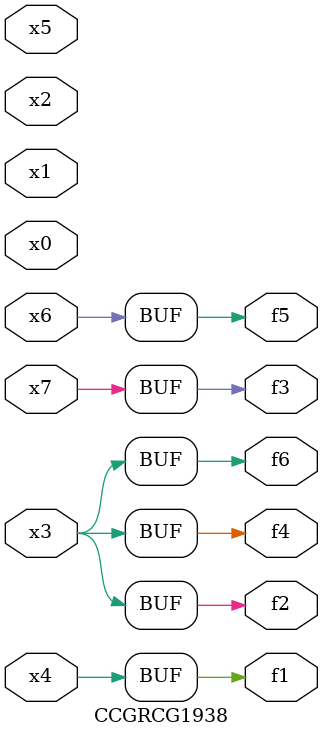
<source format=v>
module CCGRCG1938(
	input x0, x1, x2, x3, x4, x5, x6, x7,
	output f1, f2, f3, f4, f5, f6
);
	assign f1 = x4;
	assign f2 = x3;
	assign f3 = x7;
	assign f4 = x3;
	assign f5 = x6;
	assign f6 = x3;
endmodule

</source>
